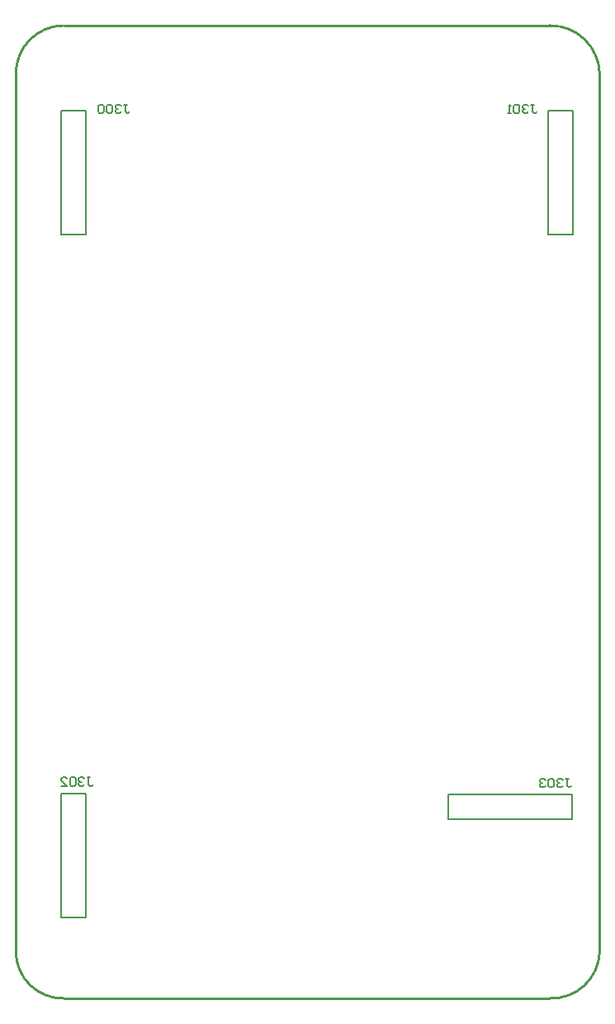
<source format=gbo>
G04*
G04 #@! TF.GenerationSoftware,Altium Limited,Altium Designer,22.6.1 (34)*
G04*
G04 Layer_Color=32896*
%FSLAX25Y25*%
%MOIN*%
G70*
G04*
G04 #@! TF.SameCoordinates,77978B21-DC67-4B61-947D-8792CEF4CC07*
G04*
G04*
G04 #@! TF.FilePolarity,Positive*
G04*
G01*
G75*
%ADD10C,0.00787*%
%ADD12C,0.01000*%
%ADD38C,0.00800*%
%ADD39C,0.00600*%
D10*
X215472Y359331D02*
X225472D01*
X215472Y314331D02*
Y359331D01*
X225472Y314331D02*
Y359331D01*
X18622D02*
X28622D01*
X18622Y314331D02*
Y359331D01*
X28622Y314331D02*
Y359331D01*
X224961Y73228D02*
Y83228D01*
X179961D02*
X224961D01*
X179961Y73228D02*
X224961D01*
X28622Y38740D02*
Y83740D01*
X18622Y38740D02*
Y83740D01*
X28622D01*
D12*
X19685Y393701D02*
G03*
X500Y374016I250J-19435D01*
G01*
X236221D02*
G03*
X216035Y393701I-19935J-250D01*
G01*
Y1000D02*
G03*
X236221Y19685I750J19435D01*
G01*
X500D02*
G03*
X19685Y1000I18935J250D01*
G01*
X236221Y19685D02*
Y374016D01*
X19685Y1000D02*
X19685D01*
X216035D01*
X20000Y393701D02*
X216035D01*
X500Y19685D02*
Y374016D01*
D38*
X215472Y309331D02*
X225472D01*
X215472D02*
Y314331D01*
X225472Y309331D02*
Y314331D01*
X18622Y309331D02*
X28622D01*
X18622D02*
Y314331D01*
X28622Y309331D02*
Y314331D01*
X174961Y73228D02*
Y83228D01*
X179961D01*
X174961Y73228D02*
X179961D01*
X28622Y33740D02*
Y38740D01*
X18622Y33740D02*
Y38740D01*
Y33740D02*
X28622D01*
D39*
X222421Y89716D02*
X223587D01*
X223004D01*
Y86800D01*
X223587Y86217D01*
X224171D01*
X224754Y86800D01*
X221255Y89133D02*
X220672Y89716D01*
X219505D01*
X218922Y89133D01*
Y88550D01*
X219505Y87967D01*
X220089D01*
X219505D01*
X218922Y87384D01*
Y86800D01*
X219505Y86217D01*
X220672D01*
X221255Y86800D01*
X217756Y89133D02*
X217173Y89716D01*
X216006D01*
X215423Y89133D01*
Y86800D01*
X216006Y86217D01*
X217173D01*
X217756Y86800D01*
Y89133D01*
X214257D02*
X213674Y89716D01*
X212508D01*
X211925Y89133D01*
Y88550D01*
X212508Y87967D01*
X213091D01*
X212508D01*
X211925Y87384D01*
Y86800D01*
X212508Y86217D01*
X213674D01*
X214257Y86800D01*
X29321Y90216D02*
X30487D01*
X29904D01*
Y87300D01*
X30487Y86717D01*
X31071D01*
X31654Y87300D01*
X28155Y89633D02*
X27572Y90216D01*
X26405D01*
X25822Y89633D01*
Y89050D01*
X26405Y88467D01*
X26989D01*
X26405D01*
X25822Y87884D01*
Y87300D01*
X26405Y86717D01*
X27572D01*
X28155Y87300D01*
X24656Y89633D02*
X24073Y90216D01*
X22907D01*
X22323Y89633D01*
Y87300D01*
X22907Y86717D01*
X24073D01*
X24656Y87300D01*
Y89633D01*
X18824Y86717D02*
X21157D01*
X18824Y89050D01*
Y89633D01*
X19408Y90216D01*
X20574D01*
X21157Y89633D01*
X208499Y361749D02*
X209665D01*
X209082D01*
Y358834D01*
X209665Y358251D01*
X210248D01*
X210831Y358834D01*
X207333Y361166D02*
X206749Y361749D01*
X205583D01*
X205000Y361166D01*
Y360583D01*
X205583Y360000D01*
X206166D01*
X205583D01*
X205000Y359417D01*
Y358834D01*
X205583Y358251D01*
X206749D01*
X207333Y358834D01*
X203834Y361166D02*
X203251Y361749D01*
X202084D01*
X201501Y361166D01*
Y358834D01*
X202084Y358251D01*
X203251D01*
X203834Y358834D01*
Y361166D01*
X200335Y358251D02*
X199169D01*
X199752D01*
Y361749D01*
X200335Y361166D01*
X44082Y361749D02*
X45248D01*
X44665D01*
Y358834D01*
X45248Y358251D01*
X45832D01*
X46415Y358834D01*
X42916Y361166D02*
X42333Y361749D01*
X41166D01*
X40583Y361166D01*
Y360583D01*
X41166Y360000D01*
X41749D01*
X41166D01*
X40583Y359417D01*
Y358834D01*
X41166Y358251D01*
X42333D01*
X42916Y358834D01*
X39417Y361166D02*
X38834Y361749D01*
X37667D01*
X37084Y361166D01*
Y358834D01*
X37667Y358251D01*
X38834D01*
X39417Y358834D01*
Y361166D01*
X35918D02*
X35335Y361749D01*
X34168D01*
X33585Y361166D01*
Y358834D01*
X34168Y358251D01*
X35335D01*
X35918Y358834D01*
Y361166D01*
M02*

</source>
